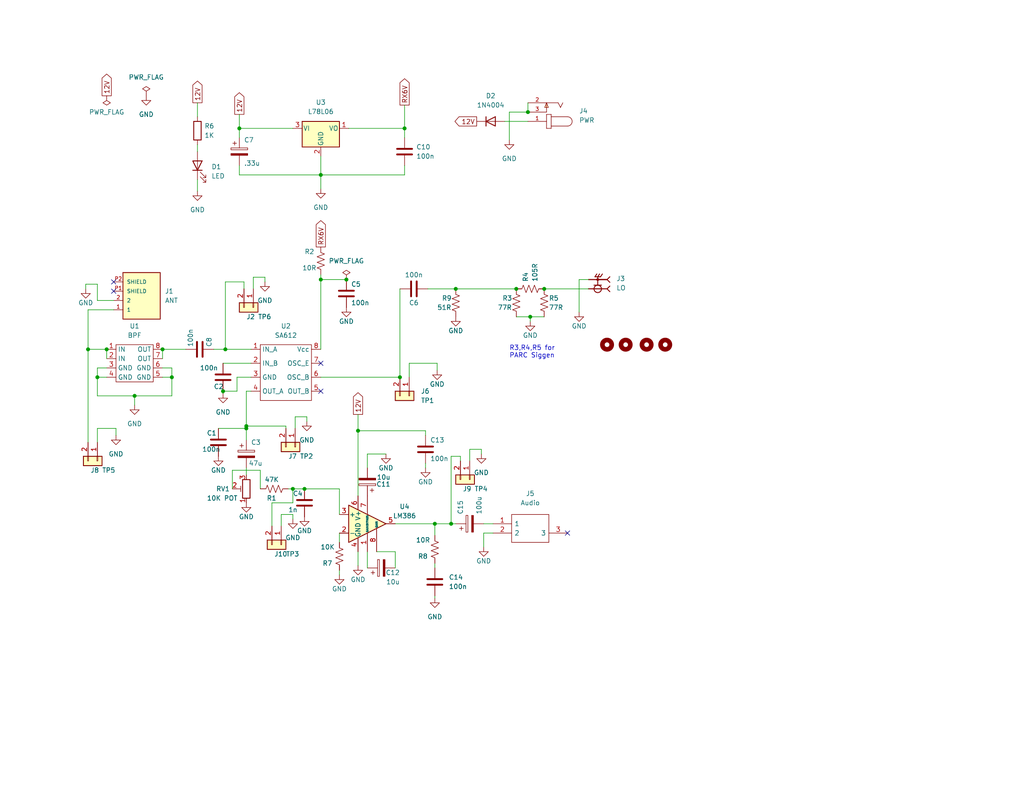
<source format=kicad_sch>
(kicad_sch (version 20211123) (generator eeschema)
  (paper "A")
  (lib_symbols
    (symbol "Amplifier_Audio:LM386" (pin_names (offset 0.127))
      (property "Reference" "U" (at 1.27 7.62 0))
      (property "Value" "LM386" (at 1.27 5.08 0))
      (symbol "LM386_0_1"
        (polyline (pts (xy 5.08 0) (xy -5.08 5.08) (xy -5.08 -5.08) (xy 5.08 0)) (stroke (width 0.254)) (fill (type background)))
      )
      (symbol "LM386_1_1"
        (pin input line (at 0 -7.62 90) (length 5.08) (name "GAIN") (number "1"))
        (pin input line (at -7.62 -2.54 0) (length 2.54) (name "-") (number "2"))
        (pin input line (at -7.62 2.54 0) (length 2.54) (name "+") (number "3"))
        (pin power_in line (at -2.54 -7.62 90) (length 3.81) (name "GND") (number "4"))
        (pin output line (at 7.62 0 180) (length 2.54) (name "~") (number "5"))
        (pin power_in line (at -2.54 7.62 270) (length 3.81) (name "V+") (number "6"))
        (pin input line (at 0 7.62 270) (length 5.08) (name "BYPASS") (number "7"))
        (pin input line (at 2.54 -7.62 90) (length 6.35) (name "GAIN") (number "8"))
      )
    )
    (symbol "Connector_Generic:Conn_01x02" (pin_names (offset 1.016) hide)
      (property "Reference" "J" (at 0 2.54 0))
      (property "Value" "Conn_01x02" (at 0 -5.08 0))
      (symbol "Conn_01x02_1_1"
        (rectangle (start -1.27 -2.413) (end 0 -2.667) (stroke (width 0.1524)))
        (rectangle (start -1.27 0.127) (end 0 -0.127) (stroke (width 0.1524)))
        (rectangle (start -1.27 1.27) (end 1.27 -3.81) (stroke (width 0.254)) (fill (type background)))
        (pin passive line (at -5.08 0 0) (length 3.81) (name "Pin_1") (number "1"))
        (pin passive line (at -5.08 -2.54 0) (length 3.81) (name "Pin_2") (number "2"))
      )
    )
    (symbol "Custom_RF:1-1337543-0" (pin_names (offset 1.016))
      (property "Reference" "J" (at -5.08 5.715 0))
      (property "Value" "1-1337543-0" (at -5.08 -10.16 0))
      (symbol "1-1337543-0_0_0"
        (rectangle (start -5.08 -7.62) (end 5.08 5.08) (stroke (width 0.254)) (fill (type background)))
        (pin passive line (at 7.62 2.54 180) (length 2.54) (name "1") (number "1"))
        (pin passive line (at 7.62 0 180) (length 2.54) (name "2") (number "2"))
        (pin passive line (at 7.62 -2.54 180) (length 2.54) (name "SHIELD") (number "P1"))
        (pin passive line (at 7.62 -5.08 180) (length 2.54) (name "SHIELD") (number "P2"))
      )
    )
    (symbol "Custom_RF:4832.2230" (pin_names (offset 0.762))
      (property "Reference" "J" (at 16.51 7.62 0))
      (property "Value" "4832.2230" (at 16.51 5.08 0))
      (symbol "4832.2230_0_0"
        (pin passive line (at 20.32 -2.54 180) (length 5.08) (name "1") (number "1"))
        (pin passive line (at 20.32 0 180) (length 5.08) (name "2") (number "2"))
        (pin passive line (at 0 0 0) (length 5.08) (name "3") (number "3"))
      )
      (symbol "4832.2230_0_1"
        (polyline (pts (xy 5.08 2.54) (xy 15.24 2.54) (xy 15.24 -5.08) (xy 5.08 -5.08) (xy 5.08 2.54)) (stroke (width 0.1524)))
      )
    )
    (symbol "Custom_RF:CON-SMA-EDGE-S" (pin_numbers hide) (pin_names (offset 1.016) hide)
      (property "Reference" "J" (at -3.81 4.064 0))
      (property "Value" "CON-SMA-EDGE-S" (at -4.064 -4.318 0))
      (symbol "CON-SMA-EDGE-S_0_0"
        (polyline (pts (xy -3.302 -0.762) (xy -2.54 0)) (stroke (width 0.254)))
        (polyline (pts (xy -3.302 0.762) (xy -2.54 0)) (stroke (width 0.254)))
        (polyline (pts (xy -3.302 1.778) (xy -2.54 2.54)) (stroke (width 0.254)))
        (polyline (pts (xy -3.302 3.302) (xy -2.54 2.54)) (stroke (width 0.254)))
        (polyline (pts (xy -2.54 0) (xy 0 0)) (stroke (width 0.254)))
        (polyline (pts (xy -2.54 2.54) (xy 2.54 2.54)) (stroke (width 0.254)))
        (polyline (pts (xy -1.016 1.524) (xy 0 1.524)) (stroke (width 0.254)))
        (polyline (pts (xy -0.762 -0.762) (xy -1.27 -1.524)) (stroke (width 0.254)))
        (polyline (pts (xy 0 -0.762) (xy -0.762 -0.762)) (stroke (width 0.254)))
        (polyline (pts (xy 0 -0.762) (xy -0.508 -1.524)) (stroke (width 0.254)))
        (polyline (pts (xy 0 -0.762) (xy 0.762 -0.762)) (stroke (width 0.254)))
        (polyline (pts (xy 0 0) (xy -2.286 0)) (stroke (width 0.254)))
        (polyline (pts (xy 0 0) (xy 0 -0.762)) (stroke (width 0.254)))
        (polyline (pts (xy 0 1.524) (xy 0 0)) (stroke (width 0.254)))
        (polyline (pts (xy 0 1.524) (xy 1.016 1.524)) (stroke (width 0.254)))
        (polyline (pts (xy 0.762 -0.762) (xy 0.254 -1.524)) (stroke (width 0.254)))
        (polyline (pts (xy 2.54 0) (xy 0 0)) (stroke (width 0.254)))
        (circle (center 0 0) (radius 0.254) (stroke (width 0.254)))
        (circle (center 0 2.54) (radius 1.016) (stroke (width 0.254)))
        (pin passive line (at 2.54 2.54 180) (length 5.08) (name "~") (number "1"))
        (pin passive line (at 2.54 0 180) (length 5.08) (name "~") (number "G1"))
        (pin passive line (at 2.54 0 180) (length 5.08) (name "~") (number "G2"))
        (pin passive line (at 2.54 0 180) (length 5.08) (name "~") (number "G3"))
        (pin passive line (at 2.54 0 180) (length 5.08) (name "~") (number "G4"))
      )
    )
    (symbol "Custom_RF:PJ-002A" (pin_names (offset 1.016) hide)
      (property "Reference" "J" (at -7.62 5.08 0))
      (property "Value" "PJ-002A" (at -7.62 -5.08 0))
      (symbol "PJ-002A_0_0"
        (arc (start -5.715 3.81) (mid -6.985 2.54) (end -5.715 1.27) (stroke (width 0.1524)))
        (polyline (pts (xy -5.715 3.81) (xy -1.27 3.81)) (stroke (width 0.1524)))
        (polyline (pts (xy -3.81 -1.27) (xy -4.445 -2.54)) (stroke (width 0.1524)))
        (polyline (pts (xy -3.175 -2.54) (xy -3.81 -1.27)) (stroke (width 0.1524)))
        (polyline (pts (xy -1.27 0.635) (xy 0 0.635)) (stroke (width 0.1524)))
        (polyline (pts (xy -1.27 1.27) (xy -5.715 1.27)) (stroke (width 0.1524)))
        (polyline (pts (xy -1.27 1.27) (xy -1.27 0.635)) (stroke (width 0.1524)))
        (polyline (pts (xy -1.27 3.81) (xy -1.27 1.27)) (stroke (width 0.1524)))
        (polyline (pts (xy -1.27 4.445) (xy -1.27 3.81)) (stroke (width 0.1524)))
        (polyline (pts (xy 0 -2.54) (xy -3.175 -2.54)) (stroke (width 0.1524)))
        (polyline (pts (xy 0 0) (xy 0 -2.54)) (stroke (width 0.1524)))
        (polyline (pts (xy 0 0.635) (xy 0 4.445)) (stroke (width 0.1524)))
        (polyline (pts (xy 0 4.445) (xy -1.27 4.445)) (stroke (width 0.1524)))
        (polyline (pts (xy 0 -2.54) (xy -0.508 -1.27) (xy 0.508 -1.27) (xy 0 -2.54)) (stroke (width 0.1524)) (fill (type background)))
        (pin passive line (at 5.08 2.54 180) (length 5.08) (name "~") (number "1"))
        (pin passive line (at 5.08 -2.54 180) (length 5.08) (name "~") (number "2"))
        (pin passive line (at 5.08 0 180) (length 5.08) (name "~") (number "3"))
      )
    )
    (symbol "Custom_RF:QPR_Filter"
      (property "Reference" "U" (at 0 7.62 0))
      (property "Value" "QPR_Filter" (at 0 -7.62 0))
      (symbol "QPR_Filter_0_1"
        (rectangle (start -5.08 5.08) (end 5.08 -5.08))
      )
      (symbol "QPR_Filter_1_1"
        (pin bidirectional line (at -7.62 3.81 0) (length 2.54) (name "IN") (number "1"))
        (pin bidirectional line (at -7.62 1.27 0) (length 2.54) (name "IN") (number "2"))
        (pin power_in line (at -7.62 -1.27 0) (length 2.54) (name "GND") (number "3"))
        (pin power_in line (at -7.62 -3.81 0) (length 2.54) (name "GND") (number "4"))
        (pin power_in line (at 7.62 -3.81 180) (length 2.54) (name "GND") (number "5"))
        (pin power_in line (at 7.62 -1.27 180) (length 2.54) (name "GND") (number "6"))
        (pin bidirectional line (at 7.62 1.27 180) (length 2.54) (name "OUT") (number "7"))
        (pin bidirectional line (at 7.62 3.81 180) (length 2.54) (name "OUT") (number "8"))
      )
    )
    (symbol "Custom_RF:SA612"
      (property "Reference" "U" (at 1.27 10.16 0))
      (property "Value" "SA612" (at 1.27 -7.62 0))
      (symbol "SA612_0_1"
        (rectangle (start -6.35 8.89) (end 7.62 -6.35))
      )
      (symbol "SA612_1_1"
        (pin input line (at -8.89 7.62 0) (length 2.54) (name "IN_A") (number "1"))
        (pin input line (at -8.89 3.81 0) (length 2.54) (name "IN_B") (number "2"))
        (pin power_in line (at -8.89 0 0) (length 2.54) (name "GND") (number "3"))
        (pin output line (at -8.89 -3.81 0) (length 2.54) (name "OUT_A") (number "4"))
        (pin output line (at 10.16 -3.81 180) (length 2.54) (name "OUT_B") (number "5"))
        (pin input line (at 10.16 0 180) (length 2.54) (name "OSC_B") (number "6"))
        (pin input line (at 10.16 3.81 180) (length 2.54) (name "OSC_E") (number "7"))
        (pin power_in line (at 10.16 7.62 180) (length 2.54) (name "Vcc") (number "8"))
      )
    )
    (symbol "Device:C" (pin_numbers hide) (pin_names (offset 0.254))
      (property "Reference" "C" (at 0.635 2.54 0))
      (property "Value" "C" (at 0.635 -2.54 0))
      (symbol "C_0_1"
        (polyline (pts (xy -2.032 -0.762) (xy 2.032 -0.762)) (stroke (width 0.508)))
        (polyline (pts (xy -2.032 0.762) (xy 2.032 0.762)) (stroke (width 0.508)))
      )
      (symbol "C_1_1"
        (pin passive line (at 0 3.81 270) (length 2.794) (name "~") (number "1"))
        (pin passive line (at 0 -3.81 90) (length 2.794) (name "~") (number "2"))
      )
    )
    (symbol "Device:C_Polarized" (pin_numbers hide) (pin_names (offset 0.254))
      (property "Reference" "C" (at 0.635 2.54 0))
      (property "Value" "C_Polarized" (at 0.635 -2.54 0))
      (symbol "C_Polarized_0_1"
        (rectangle (start -2.286 0.508) (end 2.286 1.016))
        (polyline (pts (xy -1.778 2.286) (xy -0.762 2.286)))
        (polyline (pts (xy -1.27 2.794) (xy -1.27 1.778)))
        (rectangle (start 2.286 -0.508) (end -2.286 -1.016) (fill (type outline)))
      )
      (symbol "C_Polarized_1_1"
        (pin passive line (at 0 3.81 270) (length 2.794) (name "~") (number "1"))
        (pin passive line (at 0 -3.81 90) (length 2.794) (name "~") (number "2"))
      )
    )
    (symbol "Device:LED" (pin_numbers hide) (pin_names (offset 1.016) hide)
      (property "Reference" "D" (at 0 2.54 0))
      (property "Value" "LED" (at 0 -2.54 0))
      (symbol "LED_0_1"
        (polyline (pts (xy -1.27 -1.27) (xy -1.27 1.27)) (stroke (width 0.254)))
        (polyline (pts (xy -1.27 0) (xy 1.27 0)))
        (polyline (pts (xy 1.27 -1.27) (xy 1.27 1.27) (xy -1.27 0) (xy 1.27 -1.27)) (stroke (width 0.254)))
        (polyline (pts (xy -3.048 -0.762) (xy -4.572 -2.286) (xy -3.81 -2.286) (xy -4.572 -2.286) (xy -4.572 -1.524)))
        (polyline (pts (xy -1.778 -0.762) (xy -3.302 -2.286) (xy -2.54 -2.286) (xy -3.302 -2.286) (xy -3.302 -1.524)))
      )
      (symbol "LED_1_1"
        (pin passive line (at -3.81 0 0) (length 2.54) (name "K") (number "1"))
        (pin passive line (at 3.81 0 180) (length 2.54) (name "A") (number "2"))
      )
    )
    (symbol "Device:R" (pin_numbers hide) (pin_names (offset 0))
      (property "Reference" "R" (at 2.032 0 90))
      (property "Value" "R" (at 0 0 90))
      (symbol "R_0_1"
        (rectangle (start -1.016 -2.54) (end 1.016 2.54) (stroke (width 0.254)))
      )
      (symbol "R_1_1"
        (pin passive line (at 0 3.81 270) (length 1.27) (name "~") (number "1"))
        (pin passive line (at 0 -3.81 90) (length 1.27) (name "~") (number "2"))
      )
    )
    (symbol "Device:R_Potentiometer_Trim" (pin_names (offset 1.016) hide)
      (property "Reference" "RV" (at -4.445 0 90))
      (property "Value" "R_Potentiometer_Trim" (at -2.54 0 90))
      (symbol "R_Potentiometer_Trim_0_1"
        (polyline (pts (xy 1.524 0.762) (xy 1.524 -0.762)))
        (polyline (pts (xy 2.54 0) (xy 1.524 0)))
        (rectangle (start 1.016 2.54) (end -1.016 -2.54) (stroke (width 0.254)))
      )
      (symbol "R_Potentiometer_Trim_1_1"
        (pin passive line (at 0 3.81 270) (length 1.27) (name "1") (number "1"))
        (pin passive line (at 3.81 0 180) (length 1.27) (name "2") (number "2"))
        (pin passive line (at 0 -3.81 90) (length 1.27) (name "3") (number "3"))
      )
    )
    (symbol "Device:R_US" (pin_numbers hide) (pin_names (offset 0))
      (property "Reference" "R" (at 2.54 0 90))
      (property "Value" "R_US" (at -2.54 0 90))
      (symbol "R_US_0_1"
        (polyline (pts (xy 0 -2.286) (xy 0 -2.54)))
        (polyline (pts (xy 0 2.286) (xy 0 2.54)))
        (polyline (pts (xy 0 -0.762) (xy 1.016 -1.143) (xy 0 -1.524) (xy -1.016 -1.905) (xy 0 -2.286)))
        (polyline (pts (xy 0 0.762) (xy 1.016 0.381) (xy 0 0) (xy -1.016 -0.381) (xy 0 -0.762)))
        (polyline (pts (xy 0 2.286) (xy 1.016 1.905) (xy 0 1.524) (xy -1.016 1.143) (xy 0 0.762)))
      )
      (symbol "R_US_1_1"
        (pin passive line (at 0 3.81 270) (length 1.27) (name "~") (number "1"))
        (pin passive line (at 0 -3.81 90) (length 1.27) (name "~") (number "2"))
      )
    )
    (symbol "Diode:1N4001" (pin_numbers hide) (pin_names (offset 1.016) hide)
      (property "Reference" "D" (at 0 2.54 0))
      (property "Value" "1N4001" (at 0 -2.54 0))
      (symbol "1N4001_0_1"
        (polyline (pts (xy -1.27 1.27) (xy -1.27 -1.27)) (stroke (width 0.254)))
        (polyline (pts (xy 1.27 0) (xy -1.27 0)))
        (polyline (pts (xy 1.27 1.27) (xy 1.27 -1.27) (xy -1.27 0) (xy 1.27 1.27)) (stroke (width 0.254)))
      )
      (symbol "1N4001_1_1"
        (pin passive line (at -3.81 0 0) (length 2.54) (name "K") (number "1"))
        (pin passive line (at 3.81 0 180) (length 2.54) (name "A") (number "2"))
      )
    )
    (symbol "Mechanical:MountingHole" (pin_names (offset 1.016))
      (property "Reference" "H" (at 0 5.08 0))
      (property "Value" "MountingHole" (at 0 3.175 0))
      (symbol "MountingHole_0_1"
        (circle (center 0 0) (radius 1.27) (stroke (width 1.27)))
      )
    )
    (symbol "Regulator_Linear:L78L06_TO92" (pin_names (offset 0.254))
      (property "Reference" "U" (at -3.81 3.175 0))
      (property "Value" "L78L06_TO92" (at 0 3.175 0))
      (symbol "L78L06_TO92_0_1"
        (rectangle (start -5.08 -5.08) (end 5.08 1.905) (stroke (width 0.254)) (fill (type background)))
      )
      (symbol "L78L06_TO92_1_1"
        (pin power_out line (at 7.62 0 180) (length 2.54) (name "VO") (number "1"))
        (pin power_in line (at 0 -7.62 90) (length 2.54) (name "GND") (number "2"))
        (pin power_in line (at -7.62 0 0) (length 2.54) (name "VI") (number "3"))
      )
    )
    (symbol "power:GND" (power) (pin_names (offset 0))
      (property "Value" "GND" (at 0 -3.81 0))
      (symbol "GND_0_1"
        (polyline (pts (xy 0 0) (xy 0 -1.27) (xy 1.27 -1.27) (xy 0 -2.54) (xy -1.27 -1.27) (xy 0 -1.27)))
      )
      (symbol "GND_1_1"
        (pin power_in line (at 0 0 270) (length 0) hide (name "GND") (number "1"))
      )
    )
    (symbol "power:PWR_FLAG" (power) (pin_numbers hide) (pin_names (offset 0) hide)
      (property "Value" "PWR_FLAG" (at 0 3.81 0))
      (symbol "PWR_FLAG_0_0"
        (pin power_out line (at 0 0 90) (length 0) (name "pwr") (number "1"))
      )
      (symbol "PWR_FLAG_0_1"
        (polyline (pts (xy 0 0) (xy 0 1.27) (xy -1.016 1.905) (xy 0 2.54) (xy 1.016 1.905) (xy 0 1.27)))
      )
    )
  )
  (junction (at 24.0284 95.377))
  (junction (at 94.5134 76.327))
  (junction (at 87.5284 76.327))
  (junction (at 140.8684 78.867))
  (junction (at 144.0434 30.607))
  (junction (at 61.4934 95.377))
  (junction (at 26.5684 102.997))
  (junction (at 110.3884 35.052))
  (junction (at 60.8584 106.807))
  (junction (at 118.6434 143.002))
  (junction (at 83.0834 133.477))
  (junction (at 44.3484 95.377))
  (junction (at 109.1184 102.997))
  (junction (at 148.4884 78.867))
  (junction (at 144.6784 86.487))
  (junction (at 87.5284 47.752))
  (junction (at 67.2084 116.967))
  (junction (at 46.8884 102.997))
  (junction (at 123.0884 143.002))
  (junction (at 124.3584 78.867))
  (junction (at 36.7284 108.077))
  (junction (at 67.2084 116.332))
  (junction (at 65.3034 35.052))
  (junction (at 29.1084 95.377))
  (junction (at 79.9084 133.477))
  (junction (at 97.6884 117.602))
  (no_connect (at 154.8384 145.542))
  (no_connect (at 87.5284 106.807))
  (no_connect (at 87.5284 99.187))
  (no_connect (at 31.0134 76.962))
  (no_connect (at 31.0134 79.502))
  (wire (pts (xy 65.3034 35.052) (xy 65.3034 37.592)))
  (wire (pts (xy 23.3934 77.597) (xy 23.3934 78.867)))
  (wire (pts (xy 60.8584 106.807) (xy 64.6684 106.807)))
  (wire (pts (xy 24.0284 95.377) (xy 29.1084 95.377)))
  (wire (pts (xy 110.3884 45.212) (xy 110.3884 47.752)))
  (wire (pts (xy 69.1134 75.692) (xy 69.1134 78.867)))
  (wire (pts (xy 67.2084 129.667) (xy 67.2084 127.762)))
  (wire (pts (xy 79.9084 133.477) (xy 79.9084 137.287)))
  (wire (pts (xy 134.5184 145.542) (xy 131.9784 145.542)))
  (wire (pts (xy 148.4884 78.867) (xy 160.5534 78.867)))
  (wire (pts (xy 72.2884 75.692) (xy 69.1134 75.692)))
  (wire (pts (xy 83.7184 113.792) (xy 80.5434 113.792)))
  (wire (pts (xy 53.8734 28.067) (xy 53.8734 31.877)))
  (wire (pts (xy 131.3434 122.682) (xy 128.1684 122.682)))
  (wire (pts (xy 67.2084 106.807) (xy 67.2084 116.332)))
  (wire (pts (xy 64.6684 102.997) (xy 68.4784 102.997)))
  (wire (pts (xy 123.0884 143.002) (xy 124.3584 143.002)))
  (wire (pts (xy 128.1684 122.682) (xy 128.1684 125.857)))
  (wire (pts (xy 116.7384 78.867) (xy 124.3584 78.867)))
  (wire (pts (xy 58.3184 95.377) (xy 61.4934 95.377)))
  (wire (pts (xy 79.9084 140.462) (xy 76.7334 140.462)))
  (wire (pts (xy 144.0434 28.067) (xy 144.0434 30.607)))
  (wire (pts (xy 31.6484 118.872) (xy 31.6484 116.967)))
  (wire (pts (xy 125.6284 125.857) (xy 125.6284 124.587)))
  (wire (pts (xy 87.5284 76.327) (xy 94.5134 76.327)))
  (wire (pts (xy 78.0034 116.332) (xy 78.0034 116.967)))
  (wire (pts (xy 64.6684 106.807) (xy 64.6684 102.997)))
  (wire (pts (xy 109.1184 78.867) (xy 109.1184 102.997)))
  (wire (pts (xy 26.5684 100.457) (xy 26.5684 102.997)))
  (wire (pts (xy 95.1484 35.052) (xy 110.3884 35.052)))
  (wire (pts (xy 65.3034 47.752) (xy 87.5284 47.752)))
  (wire (pts (xy 107.8484 150.622) (xy 107.8484 155.067)))
  (wire (pts (xy 131.3434 123.952) (xy 131.3434 122.682)))
  (wire (pts (xy 111.6584 102.997) (xy 111.6584 99.187)))
  (wire (pts (xy 124.3584 78.867) (xy 140.8684 78.867)))
  (wire (pts (xy 24.0284 95.377) (xy 24.0284 120.777)))
  (wire (pts (xy 118.6434 153.797) (xy 118.6434 155.067)))
  (wire (pts (xy 97.6884 117.602) (xy 97.6884 135.382)))
  (wire (pts (xy 78.6384 133.477) (xy 79.9084 133.477)))
  (wire (pts (xy 92.6084 155.702) (xy 92.6084 156.972)))
  (wire (pts (xy 87.5284 47.752) (xy 87.5284 51.562)))
  (wire (pts (xy 61.4934 76.962) (xy 61.4934 95.377)))
  (wire (pts (xy 31.6484 116.967) (xy 26.5684 116.967)))
  (wire (pts (xy 144.0434 30.607) (xy 138.9634 30.607)))
  (wire (pts (xy 24.0284 84.582) (xy 24.0284 95.377)))
  (wire (pts (xy 44.3484 95.377) (xy 44.3484 97.917)))
  (wire (pts (xy 29.1084 100.457) (xy 26.5684 100.457)))
  (wire (pts (xy 111.6584 99.187) (xy 119.2784 99.187)))
  (wire (pts (xy 144.6784 86.487) (xy 148.4884 86.487)))
  (wire (pts (xy 66.5734 76.962) (xy 66.5734 78.867)))
  (wire (pts (xy 102.7684 150.622) (xy 107.8484 150.622)))
  (wire (pts (xy 160.5534 76.327) (xy 158.0134 76.327)))
  (wire (pts (xy 74.1934 137.287) (xy 74.1934 143.637)))
  (wire (pts (xy 125.6284 124.587) (xy 123.0884 124.587)))
  (wire (pts (xy 123.0884 124.587) (xy 123.0884 143.002)))
  (wire (pts (xy 87.5284 47.752) (xy 87.5284 42.672)))
  (wire (pts (xy 36.7284 108.077) (xy 36.7284 110.617)))
  (wire (pts (xy 26.5684 116.967) (xy 26.5684 120.777)))
  (wire (pts (xy 67.2084 116.332) (xy 67.2084 116.967)))
  (wire (pts (xy 100.2284 123.952) (xy 105.3084 123.952)))
  (wire (pts (xy 31.0134 82.042) (xy 26.5684 82.042)))
  (wire (pts (xy 68.4784 99.187) (xy 60.8584 99.187)))
  (wire (pts (xy 137.6934 33.147) (xy 144.0434 33.147)))
  (wire (pts (xy 44.3484 102.997) (xy 46.8884 102.997)))
  (wire (pts (xy 118.6434 143.002) (xy 118.6434 146.177)))
  (wire (pts (xy 68.4784 106.807) (xy 67.2084 106.807)))
  (wire (pts (xy 26.5684 77.597) (xy 23.3934 77.597)))
  (wire (pts (xy 92.6084 133.477) (xy 92.6084 140.462)))
  (wire (pts (xy 26.5684 102.997) (xy 29.1084 102.997)))
  (wire (pts (xy 60.8584 106.807) (xy 60.8584 107.442)))
  (wire (pts (xy 118.6434 143.002) (xy 123.0884 143.002)))
  (wire (pts (xy 46.8884 108.077) (xy 46.8884 102.997)))
  (wire (pts (xy 118.6434 162.687) (xy 118.6434 163.322)))
  (wire (pts (xy 24.0284 84.582) (xy 31.0134 84.582)))
  (wire (pts (xy 79.9084 141.732) (xy 79.9084 140.462)))
  (wire (pts (xy 66.5734 76.962) (xy 61.4934 76.962)))
  (wire (pts (xy 116.1034 117.602) (xy 116.1034 118.872)))
  (wire (pts (xy 110.3884 35.052) (xy 110.3884 37.592)))
  (wire (pts (xy 29.1084 95.377) (xy 29.1084 97.917)))
  (wire (pts (xy 76.7334 140.462) (xy 76.7334 143.637)))
  (wire (pts (xy 131.9784 145.542) (xy 131.9784 149.352)))
  (wire (pts (xy 80.5434 113.792) (xy 80.5434 116.967)))
  (wire (pts (xy 87.5284 47.752) (xy 110.3884 47.752)))
  (wire (pts (xy 144.6784 86.487) (xy 144.6784 87.757)))
  (wire (pts (xy 131.9784 143.002) (xy 134.5184 143.002)))
  (wire (pts (xy 53.8734 49.022) (xy 53.8734 52.197)))
  (wire (pts (xy 44.3484 100.457) (xy 46.8884 100.457)))
  (wire (pts (xy 87.5284 76.327) (xy 87.5284 95.377)))
  (wire (pts (xy 119.2784 99.187) (xy 119.2784 101.092)))
  (wire (pts (xy 72.2884 76.962) (xy 72.2884 75.692)))
  (wire (pts (xy 44.3484 95.377) (xy 50.6984 95.377)))
  (wire (pts (xy 140.8684 86.487) (xy 144.6784 86.487)))
  (wire (pts (xy 65.3034 35.052) (xy 79.9084 35.052)))
  (wire (pts (xy 83.7184 115.062) (xy 83.7184 113.792)))
  (wire (pts (xy 116.1034 126.492) (xy 116.1034 127.762)))
  (wire (pts (xy 61.4934 95.377) (xy 68.4784 95.377)))
  (wire (pts (xy 65.3034 45.212) (xy 65.3034 47.752)))
  (wire (pts (xy 59.5884 116.967) (xy 67.2084 116.967)))
  (wire (pts (xy 110.3884 28.702) (xy 110.3884 35.052)))
  (wire (pts (xy 97.6884 154.432) (xy 97.6884 150.622)))
  (wire (pts (xy 26.5684 82.042) (xy 26.5684 77.597)))
  (wire (pts (xy 26.5684 102.997) (xy 26.5684 108.077)))
  (wire (pts (xy 26.5684 108.077) (xy 36.7284 108.077)))
  (wire (pts (xy 100.2284 123.952) (xy 100.2284 127.762)))
  (wire (pts (xy 97.6884 113.157) (xy 97.6884 117.602)))
  (wire (pts (xy 97.6884 117.602) (xy 116.1034 117.602)))
  (wire (pts (xy 53.8734 39.497) (xy 53.8734 41.402)))
  (wire (pts (xy 107.8484 143.002) (xy 118.6434 143.002)))
  (wire (pts (xy 67.2084 116.332) (xy 78.0034 116.332)))
  (wire (pts (xy 87.5284 102.997) (xy 109.1184 102.997)))
  (wire (pts (xy 158.0134 76.327) (xy 158.0134 85.217)))
  (wire (pts (xy 46.8884 100.457) (xy 46.8884 102.997)))
  (wire (pts (xy 87.5284 75.057) (xy 87.5284 76.327)))
  (wire (pts (xy 92.6084 145.542) (xy 92.6084 148.082)))
  (wire (pts (xy 63.3984 128.397) (xy 63.3984 133.477)))
  (wire (pts (xy 100.2284 150.622) (xy 100.2284 155.067)))
  (wire (pts (xy 79.9084 133.477) (xy 83.0834 133.477)))
  (wire (pts (xy 71.0184 133.477) (xy 71.0184 128.397)))
  (wire (pts (xy 71.0184 128.397) (xy 63.3984 128.397)))
  (wire (pts (xy 36.7284 108.077) (xy 46.8884 108.077)))
  (wire (pts (xy 65.3034 31.242) (xy 65.3034 35.052)))
  (wire (pts (xy 83.0834 133.477) (xy 92.6084 133.477)))
  (wire (pts (xy 138.9634 30.607) (xy 138.9634 38.227)))
  (wire (pts (xy 67.2084 116.967) (xy 67.2084 120.142)))
  (wire (pts (xy 79.9084 137.287) (xy 74.1934 137.287)))
  (text "R3,R4,R5 for \nPARC Siggen" (at 138.9634 97.917 0) (effects (font (size 1.27 1.27)) (justify left bottom)))
  (global_label "12V" (shape output) (at 29.1084 26.162 90) (property "Intersheet References" "${INTERSHEET_REFS}" (effects hide)))
  (global_label "RX6V" (shape output) (at 87.5284 67.437 90) (property "Intersheet References" "${INTERSHEET_REFS}" (effects hide)))
  (global_label "12V" (shape output) (at 53.8734 28.067 90) (property "Intersheet References" "${INTERSHEET_REFS}" (effects hide)))
  (global_label "12V" (shape output) (at 97.6884 113.157 90) (property "Intersheet References" "${INTERSHEET_REFS}" (effects hide)))
  (global_label "12V" (shape output) (at 130.0734 33.147 180) (property "Intersheet References" "${INTERSHEET_REFS}" (effects hide)))
  (global_label "12V" (shape output) (at 65.3034 31.242 90) (property "Intersheet References" "${INTERSHEET_REFS}" (effects hide)))
  (global_label "RX6V" (shape output) (at 110.3884 28.702 90) (property "Intersheet References" "${INTERSHEET_REFS}" (effects hide)))
  (symbol (lib_id "power:GND") (at 97.6884 154.432 0) (unit 1)
    (property "Reference" "#PWR015" (effects hide))
    (property "Value" "GND" (at 97.6884 158.242 0))
  )
  (symbol (lib_id "Amplifier_Audio:LM386") (at 100.2284 143.002 0) (unit 1)
    (property "Reference" "U4" (at 110.3884 138.303 0))
    (property "Value" "LM386" (at 110.3884 140.843 0))
    (property "Footprint" "Package_DIP:DIP-8_W7.62mm_Socket" (effects hide))
    (property "Datasheet" "http://www.ti.com/lit/ds/symlink/lm386.pdf" (effects hide))
  )
  (symbol (lib_id "Connector_Generic:Conn_01x02") (at 80.5434 122.047 270) (unit 1)
    (property "Reference" "J7" (at 78.6384 124.587 90) (effects (justify left)))
    (property "Value" "TP2" (at 81.8134 124.587 90) (effects (justify left)))
    (property "Footprint" "Connector_PinHeader_2.54mm:PinHeader_1x02_P2.54mm_Vertical" (effects hide))
  )
  (symbol (lib_id "Device:C") (at 94.5134 80.137 0) (unit 1)
    (property "Reference" "C5" (at 95.7834 77.597 0) (effects (justify left)))
    (property "Value" "100n" (at 95.7834 82.677 0) (effects (justify left)))
    (property "Footprint" "Capacitor_SMD:C_1206_3216Metric" (effects hide))
  )
  (symbol (lib_id "Device:R_US") (at 144.6784 78.867 90) (unit 1)
    (property "Reference" "R4" (at 143.4084 76.962 0) (effects (justify left)))
    (property "Value" "105R" (at 145.9484 76.962 0) (effects (justify left)))
    (property "Footprint" "Resistor_THT:R_Axial_DIN0207_L6.3mm_D2.5mm_P7.62mm_Horizontal" (effects hide))
  )
  (symbol (lib_id "Device:R_US") (at 92.6084 151.892 180) (unit 1)
    (property "Reference" "R7" (at 90.7034 153.797 0) (effects (justify left)))
    (property "Value" "10K" (at 91.3384 149.352 0) (effects (justify left)))
    (property "Footprint" "Resistor_SMD:R_1206_3216Metric" (effects hide))
  )
  (symbol (lib_id "Device:R_US") (at 118.6434 149.987 180) (unit 1)
    (property "Reference" "R8" (at 116.7384 151.892 0) (effects (justify left)))
    (property "Value" "10R" (at 117.3734 147.447 0) (effects (justify left)))
    (property "Footprint" "Resistor_SMD:R_1206_3216Metric" (effects hide))
  )
  (symbol (lib_id "Device:R_US") (at 124.3584 82.677 0) (unit 1)
    (property "Reference" "R9" (at 120.5484 81.407 0) (effects (justify left)))
    (property "Value" "51R" (at 119.2784 83.947 0) (effects (justify left)))
    (property "Footprint" "Resistor_THT:R_Axial_DIN0207_L6.3mm_D2.5mm_P7.62mm_Horizontal" (effects hide))
  )
  (symbol (lib_id "power:PWR_FLAG") (at 39.9034 26.162 0) (unit 1)
    (property "Reference" "#FLG02" (effects hide))
    (property "Value" "PWR_FLAG" (at 39.9034 21.082 0))
  )
  (symbol (lib_id "power:GND") (at 36.7284 110.617 0) (unit 1)
    (property "Reference" "#PWR02" (effects hide))
    (property "Value" "GND" (at 36.7284 115.697 0))
  )
  (symbol (lib_id "Device:C_Polarized") (at 104.0384 155.067 90) (unit 1)
    (property "Reference" "C12" (at 109.1184 156.337 90) (effects (justify left)))
    (property "Value" "10u" (at 109.1184 158.877 90) (effects (justify left)))
    (property "Footprint" "Capacitor_THT:CP_Radial_D8.0mm_P2.50mm" (effects hide))
  )
  (symbol (lib_id "Diode:1N4001") (at 133.8834 33.147 0) (unit 1)
    (property "Reference" "D2" (at 133.8834 26.162 0))
    (property "Value" "1N4004" (at 133.8834 28.702 0))
    (property "Footprint" "Diode_THT:D_DO-41_SOD81_P10.16mm_Horizontal" (effects hide))
    (property "Datasheet" "http://www.vishay.com/docs/88503/1n4001.pdf" (effects hide))
  )
  (symbol (lib_id "power:GND") (at 83.7184 115.062 0) (unit 1)
    (property "Reference" "#PWR022" (effects hide))
    (property "Value" "GND" (at 83.7184 120.142 0))
  )
  (symbol (lib_id "power:GND") (at 105.3084 123.952 0) (unit 1)
    (property "Reference" "#PWR016" (effects hide))
    (property "Value" "GND" (at 105.3084 127.762 0))
  )
  (symbol (lib_id "Regulator_Linear:L78L06_TO92") (at 87.5284 35.052 0) (unit 1)
    (property "Reference" "U3" (at 87.5284 27.94 0))
    (property "Value" "L78L06" (at 87.5284 30.48 0))
    (property "Footprint" "Package_TO_SOT_THT:TO-92_Inline" (effects hide))
    (property "Datasheet" "http://www.st.com/content/ccc/resource/technical/document/datasheet/15/55/e5/aa/23/5b/43/fd/CD00000446.pdf/files/CD00000446.pdf/jcr:content/translations/en.CD00000446.pdf" (effects hide))
  )
  (symbol (lib_id "power:GND") (at 67.2084 137.287 0) (unit 1)
    (property "Reference" "#PWR06" (effects hide))
    (property "Value" "GND" (at 67.2084 141.097 0))
  )
  (symbol (lib_id "Device:R_US") (at 140.8684 82.677 0) (unit 1)
    (property "Reference" "R3" (at 137.0584 81.407 0) (effects (justify left)))
    (property "Value" "77R" (at 135.7884 83.947 0) (effects (justify left)))
    (property "Footprint" "Resistor_THT:R_Axial_DIN0207_L6.3mm_D2.5mm_P7.62mm_Horizontal" (effects hide))
  )
  (symbol (lib_id "Device:C_Polarized") (at 128.1684 143.002 90) (unit 1)
    (property "Reference" "C15" (at 125.6284 140.462 0) (effects (justify left)))
    (property "Value" "100u" (at 130.7084 140.462 0) (effects (justify left)))
    (property "Footprint" "Capacitor_THT:CP_Radial_D8.0mm_P2.50mm" (effects hide))
  )
  (symbol (lib_id "Device:C") (at 110.3884 41.402 0) (unit 1)
    (property "Reference" "C10" (at 113.5634 40.1319 0) (effects (justify left)))
    (property "Value" "100n" (at 113.5634 42.6719 0) (effects (justify left)))
    (property "Footprint" "Capacitor_SMD:C_1206_3216Metric" (effects hide))
  )
  (symbol (lib_id "Device:C") (at 54.5084 95.377 90) (unit 1)
    (property "Reference" "C8" (at 57.0484 94.742 0) (effects (justify left)))
    (property "Value" "100n" (at 51.9684 94.742 0) (effects (justify left)))
    (property "Footprint" "Capacitor_SMD:C_1206_3216Metric" (effects hide))
  )
  (symbol (lib_id "Connector_Generic:Conn_01x02") (at 111.6584 108.077 270) (unit 1)
    (property "Reference" "J6" (at 114.8334 106.8069 90) (effects (justify left)))
    (property "Value" "TP1" (at 114.8334 109.3469 90) (effects (justify left)))
    (property "Footprint" "Connector_PinHeader_2.54mm:PinHeader_1x02_P2.54mm_Vertical" (effects hide))
  )
  (symbol (lib_id "power:GND") (at 158.0134 85.217 0) (unit 1)
    (property "Reference" "#PWR010" (effects hide))
    (property "Value" "GND" (at 158.0134 89.027 0))
  )
  (symbol (lib_id "power:PWR_FLAG") (at 29.1084 26.162 180) (unit 1)
    (property "Reference" "#FLG01" (effects hide))
    (property "Value" "PWR_FLAG" (at 29.1084 30.607 0))
  )
  (symbol (lib_id "Device:C") (at 118.6434 158.877 0) (unit 1)
    (property "Reference" "C14" (at 122.4534 157.6069 0) (effects (justify left)))
    (property "Value" "100n" (at 122.4534 160.1469 0) (effects (justify left)))
    (property "Footprint" "Capacitor_SMD:C_1206_3216Metric" (effects hide))
  )
  (symbol (lib_id "power:GND") (at 60.8584 107.442 0) (unit 1)
    (property "Reference" "#PWR05" (effects hide))
    (property "Value" "GND" (at 60.8584 112.522 0))
  )
  (symbol (lib_id "Custom_RF:1-1337543-0") (at 38.6334 82.042 180) (unit 1)
    (property "Reference" "J1" (at 44.9834 79.5019 0) (effects (justify right)))
    (property "Value" "ANT" (at 44.9834 82.0419 0) (effects (justify right)))
    (property "Footprint" "Custom_RF:CONN_1-1337543-0" (effects hide))
    (property "TE_PN" "1-1337543-0" (effects hide))
    (property "MANUFACTURER" "TE CONNECTIVITY" (effects hide))
  )
  (symbol (lib_id "Custom_RF:PJ-002A") (at 149.1234 30.607 180) (unit 1)
    (property "Reference" "J4" (at 158.0134 30.2894 0) (effects (justify right)))
    (property "Value" "PWR" (at 158.0134 32.8294 0) (effects (justify right)))
    (property "Footprint" "Custom_RF:CUI_PJ-002A" (effects hide))
    (property "STANDARD" "Manufacturer recommendations" (effects hide))
    (property "MANUFACTURER" "CUI INC" (effects hide))
  )
  (symbol (lib_id "Device:C_Polarized") (at 65.3034 41.402 0) (unit 1)
    (property "Reference" "C7" (at 66.5734 38.227 0) (effects (justify left)))
    (property "Value" ".33u" (at 66.5734 44.577 0) (effects (justify left)))
    (property "Footprint" "Capacitor_THT:CP_Radial_D8.0mm_P2.50mm" (effects hide))
  )
  (symbol (lib_id "Device:C") (at 83.0834 137.287 0) (unit 1)
    (property "Reference" "C4" (at 79.9084 134.747 0) (effects (justify left)))
    (property "Value" "1n" (at 78.6384 139.192 0) (effects (justify left)))
    (property "Footprint" "Capacitor_SMD:C_1206_3216Metric" (effects hide))
  )
  (symbol (lib_id "power:GND") (at 144.6784 87.757 0) (unit 1)
    (property "Reference" "#PWR09" (effects hide))
    (property "Value" "GND" (at 144.6784 91.567 0))
  )
  (symbol (lib_id "power:GND") (at 72.2884 76.962 0) (unit 1)
    (property "Reference" "#PWR020" (effects hide))
    (property "Value" "GND" (at 72.2884 82.042 0))
  )
  (symbol (lib_id "Custom_RF:CON-SMA-EDGE-S") (at 163.0934 76.327 180) (unit 1)
    (property "Reference" "J3" (at 168.1734 76.0729 0) (effects (justify right)))
    (property "Value" "LO" (at 168.1734 78.6129 0) (effects (justify right)))
    (property "Footprint" "Custom_RF:RFSOLUTIONS_CON-SMA-EDGE-S" (effects hide))
    (property "STANDARD" "Manufacturer Recommendations" (effects hide))
    (property "PARTREV" "1" (effects hide))
    (property "MANUFACTURER" "RF Solutions" (effects hide))
    (property "MAXIMUM_PACKAGE_HEIGHT" "6.35mm" (effects hide))
  )
  (symbol (lib_id "Mechanical:MountingHole") (at 181.5084 94.107 0) (unit 1) (in_bom no)
    (property "Reference" "H4" (effects hide))
    (property "Value" "MountingHole" (effects hide))
    (property "Footprint" "MountingHole:MountingHole_3.2mm_M3" (effects hide))
  )
  (symbol (lib_id "power:GND") (at 92.6084 156.972 0) (unit 1)
    (property "Reference" "#PWR014" (effects hide))
    (property "Value" "GND" (at 92.6084 160.782 0))
  )
  (symbol (lib_id "Device:R") (at 53.8734 35.687 0) (unit 1)
    (property "Reference" "R6" (at 55.7784 34.4169 0) (effects (justify left)))
    (property "Value" "1K" (at 55.7784 36.9569 0) (effects (justify left)))
    (property "Footprint" "Resistor_SMD:R_1206_3216Metric" (effects hide))
  )
  (symbol (lib_id "Mechanical:MountingHole") (at 176.4284 94.107 0) (unit 1) (in_bom no)
    (property "Reference" "H3" (effects hide))
    (property "Value" "MountingHole" (effects hide))
    (property "Footprint" "MountingHole:MountingHole_3.2mm_M3" (effects hide))
  )
  (symbol (lib_id "power:GND") (at 131.9784 149.352 0) (unit 1)
    (property "Reference" "#PWR019" (effects hide))
    (property "Value" "GND" (at 131.9784 153.162 0))
  )
  (symbol (lib_id "Device:R_Potentiometer_Trim") (at 67.2084 133.477 180) (unit 1)
    (property "Reference" "RV1" (at 58.9534 133.477 0) (effects (justify right)))
    (property "Value" "10K POT" (at 56.4134 136.017 0) (effects (justify right)))
    (property "Footprint" "Custom_RF:Bourns_PTV09A_Horizontal_Pot" (effects hide))
  )
  (symbol (lib_id "power:GND") (at 83.0834 141.097 0) (unit 1)
    (property "Reference" "#PWR07" (effects hide))
    (property "Value" "GND" (at 83.0834 144.907 0))
  )
  (symbol (lib_id "Device:R_US") (at 148.4884 82.677 0) (unit 1)
    (property "Reference" "R5" (at 149.7584 81.407 0) (effects (justify left)))
    (property "Value" "77R" (at 149.7584 83.947 0) (effects (justify left)))
    (property "Footprint" "Resistor_THT:R_Axial_DIN0207_L6.3mm_D2.5mm_P7.62mm_Horizontal" (effects hide))
  )
  (symbol (lib_id "power:GND") (at 119.2784 101.092 0) (unit 1)
    (property "Reference" "#PWR021" (effects hide))
    (property "Value" "GND" (at 119.2784 104.902 0))
  )
  (symbol (lib_id "Device:C") (at 59.5884 120.777 0) (unit 1)
    (property "Reference" "C1" (at 56.4134 118.237 0) (effects (justify left)))
    (property "Value" "100n" (at 55.1434 122.682 0) (effects (justify left)))
    (property "Footprint" "Capacitor_SMD:C_1206_3216Metric" (effects hide))
  )
  (symbol (lib_id "Device:R_US") (at 87.5284 71.247 0) (unit 1)
    (property "Reference" "R2" (at 83.0834 68.707 0) (effects (justify left)))
    (property "Value" "10R" (at 82.4484 73.152 0) (effects (justify left)))
    (property "Footprint" "Resistor_SMD:R_1206_3216Metric" (effects hide))
  )
  (symbol (lib_id "power:GND") (at 53.8734 52.197 0) (unit 1)
    (property "Reference" "#PWR011" (effects hide))
    (property "Value" "GND" (at 53.8734 57.277 0))
  )
  (symbol (lib_id "power:GND") (at 131.3434 123.952 0) (unit 1)
    (property "Reference" "#PWR024" (effects hide))
    (property "Value" "GND" (at 131.3434 129.032 0))
  )
  (symbol (lib_id "power:GND") (at 39.9034 26.162 0) (unit 1)
    (property "Reference" "#PWR03" (effects hide))
    (property "Value" "GND" (at 39.9034 31.242 0))
  )
  (symbol (lib_id "Custom_RF:QPR_Filter") (at 36.7284 99.187 0) (unit 1)
    (property "Reference" "U1" (at 36.7284 89.027 0))
    (property "Value" "BPF" (at 36.7284 91.567 0))
    (property "Footprint" "Custom_RF:QRPLabs_Filter_TH" (effects hide))
    (property "Datasheet" "https://www.qrp-labs.com/lpfkit.html" (effects hide))
  )
  (symbol (lib_id "Device:R_US") (at 74.8284 133.477 90) (unit 1)
    (property "Reference" "R1" (at 75.4634 136.017 90) (effects (justify left)))
    (property "Value" "47K" (at 76.0984 130.937 90) (effects (justify left)))
    (property "Footprint" "Resistor_SMD:R_1206_3216Metric" (effects hide))
  )
  (symbol (lib_id "power:GND") (at 118.6434 163.322 0) (unit 1)
    (property "Reference" "#PWR018" (effects hide))
    (property "Value" "GND" (at 118.6434 168.402 0))
  )
  (symbol (lib_id "power:GND") (at 31.6484 118.872 0) (unit 1)
    (property "Reference" "#PWR023" (effects hide))
    (property "Value" "GND" (at 31.6484 123.952 0))
  )
  (symbol (lib_id "power:GND") (at 87.5284 51.562 0) (unit 1)
    (property "Reference" "#PWR012" (effects hide))
    (property "Value" "GND" (at 87.5284 56.642 0))
  )
  (symbol (lib_id "power:GND") (at 116.1034 127.762 0) (unit 1)
    (property "Reference" "#PWR017" (effects hide))
    (property "Value" "GND" (at 116.1034 131.572 0))
  )
  (symbol (lib_id "Custom_RF:4832.2230") (at 154.8384 145.542 180) (unit 1)
    (property "Reference" "J5" (at 144.6784 134.747 0))
    (property "Value" "Audio" (at 144.6784 137.287 0))
    (property "Footprint" "Custom_RF:48322230" (effects hide))
    (property "Datasheet" "https://ch.schurter.com/en/datasheet/typ_4832.2230.pdf" (effects hide))
    (property "Description" "Phone Connectors AUDIO SOCKET 3.5MM 2P PCB" (effects hide))
    (property "Height" "5" (effects hide))
    (property "Manufacturer_Name" "SCHURTER" (effects hide))
    (property "Manufacturer_Part_Number" "4832.2230" (effects hide))
    (property "Mouser Part Number" "693-4832.223" (effects hide))
    (property "Mouser Price/Stock" "https://www.mouser.co.uk/ProductDetail/Schurter/4832.2230?qs=wwP%252BWDYHj0ZW%2F5hAS%252BjJMA%3D%3D" (effects hide))
  )
  (symbol (lib_id "power:GND") (at 138.9634 38.227 0) (unit 1)
    (property "Reference" "#PWR013" (effects hide))
    (property "Value" "GND" (at 138.9634 43.307 0))
  )
  (symbol (lib_id "power:GND") (at 79.9084 141.732 0) (unit 1)
    (property "Reference" "#PWR025" (effects hide))
    (property "Value" "GND" (at 79.9084 146.812 0))
  )
  (symbol (lib_id "Device:LED") (at 53.8734 45.212 90) (unit 1)
    (property "Reference" "D1" (at 57.6834 45.5294 90) (effects (justify right)))
    (property "Value" "LED" (at 57.6834 48.0694 90) (effects (justify right)))
    (property "Footprint" "LED_THT:LED_D3.0mm" (effects hide))
  )
  (symbol (lib_id "Connector_Generic:Conn_01x02") (at 69.1134 83.947 270) (unit 1)
    (property "Reference" "J2" (at 67.2084 86.487 90) (effects (justify left)))
    (property "Value" "TP6" (at 70.3834 86.487 90) (effects (justify left)))
    (property "Footprint" "Connector_PinHeader_2.54mm:PinHeader_1x02_P2.54mm_Vertical" (effects hide))
  )
  (symbol (lib_id "Connector_Generic:Conn_01x02") (at 76.7334 148.717 270) (unit 1)
    (property "Reference" "J10" (at 74.8284 151.257 90) (effects (justify left)))
    (property "Value" "TP3" (at 78.0034 151.257 90) (effects (justify left)))
    (property "Footprint" "Connector_PinHeader_2.54mm:PinHeader_1x02_P2.54mm_Vertical" (effects hide))
  )
  (symbol (lib_id "power:GND") (at 23.3934 78.867 0) (unit 1)
    (property "Reference" "#PWR01" (effects hide))
    (property "Value" "GND" (at 23.3934 82.677 0))
  )
  (symbol (lib_id "Custom_RF:SA612") (at 77.3684 102.997 0) (unit 1)
    (property "Reference" "U2" (at 78.0034 89.027 0))
    (property "Value" "SA612" (at 78.0034 91.567 0))
    (property "Footprint" "Package_DIP:DIP-8_W7.62mm_Socket" (effects hide))
  )
  (symbol (lib_id "power:GND") (at 124.3584 86.487 0) (unit 1)
    (property "Reference" "#PWR0102" (effects hide))
    (property "Value" "GND" (at 124.3584 90.297 0))
  )
  (symbol (lib_id "power:PWR_FLAG") (at 94.5134 76.327 0) (unit 1)
    (property "Reference" "#FLG0101" (effects hide))
    (property "Value" "PWR_FLAG" (at 94.5134 71.247 0))
  )
  (symbol (lib_id "Mechanical:MountingHole") (at 165.6334 94.107 0) (unit 1) (in_bom no)
    (property "Reference" "H1" (effects hide))
    (property "Value" "MountingHole" (effects hide))
    (property "Footprint" "MountingHole:MountingHole_3.2mm_M3" (effects hide))
  )
  (symbol (lib_id "power:GND") (at 94.5134 83.947 0) (unit 1)
    (property "Reference" "#PWR08" (effects hide))
    (property "Value" "GND" (at 94.5134 87.757 0))
  )
  (symbol (lib_id "Device:C") (at 60.8584 102.997 0) (unit 1)
    (property "Reference" "C2" (at 58.3184 105.537 0) (effects (justify left)))
    (property "Value" "100n" (at 54.5084 100.457 0) (effects (justify left)))
    (property "Footprint" "Capacitor_SMD:C_1206_3216Metric" (effects hide))
  )
  (symbol (lib_id "Device:C_Polarized") (at 100.2284 131.572 180) (unit 1)
    (property "Reference" "C11" (at 106.5784 132.207 0) (effects (justify left)))
    (property "Value" "10u" (at 106.5784 130.302 0) (effects (justify left)))
    (property "Footprint" "Capacitor_THT:CP_Radial_D8.0mm_P2.50mm" (effects hide))
  )
  (symbol (lib_id "Device:C_Polarized") (at 67.2084 123.952 0) (unit 1)
    (property "Reference" "C3" (at 68.4784 120.777 0) (effects (justify left)))
    (property "Value" "47u" (at 67.8434 126.492 0) (effects (justify left)))
    (property "Footprint" "Capacitor_THT:CP_Radial_D8.0mm_P2.50mm" (effects hide))
  )
  (symbol (lib_id "Device:C") (at 116.1034 122.682 0) (unit 1)
    (property "Reference" "C13" (at 117.3734 120.142 0) (effects (justify left)))
    (property "Value" "100n" (at 117.3734 125.222 0) (effects (justify left)))
    (property "Footprint" "Capacitor_SMD:C_1206_3216Metric" (effects hide))
  )
  (symbol (lib_id "Connector_Generic:Conn_01x02") (at 128.1684 130.937 270) (unit 1)
    (property "Reference" "J9" (at 126.2634 133.477 90) (effects (justify left)))
    (property "Value" "TP4" (at 129.4384 133.477 90) (effects (justify left)))
    (property "Footprint" "Connector_PinHeader_2.54mm:PinHeader_1x02_P2.54mm_Vertical" (effects hide))
  )
  (symbol (lib_id "power:GND") (at 59.5884 124.587 0) (unit 1)
    (property "Reference" "#PWR04" (effects hide))
    (property "Value" "GND" (at 59.5884 128.397 0))
  )
  (symbol (lib_id "Mechanical:MountingHole") (at 170.7134 94.107 0) (unit 1) (in_bom no)
    (property "Reference" "H2" (effects hide))
    (property "Value" "MountingHole" (effects hide))
    (property "Footprint" "MountingHole:MountingHole_3.2mm_M3" (effects hide))
  )
  (symbol (lib_id "Device:C") (at 112.9284 78.867 270) (unit 1)
    (property "Reference" "C6" (at 112.9284 82.677 90))
    (property "Value" "100n" (at 112.9284 75.057 90))
    (property "Footprint" "Capacitor_SMD:C_1206_3216Metric" (effects hide))
  )
  (symbol (lib_id "Connector_Generic:Conn_01x02") (at 26.5684 125.857 270) (unit 1)
    (property "Reference" "J8" (at 24.6634 128.397 90) (effects (justify left)))
    (property "Value" "TP5" (at 27.8384 128.397 90) (effects (justify left)))
    (property "Footprint" "Connector_PinHeader_2.54mm:PinHeader_1x02_P2.54mm_Vertical" (effects hide))
  )
)
</source>
